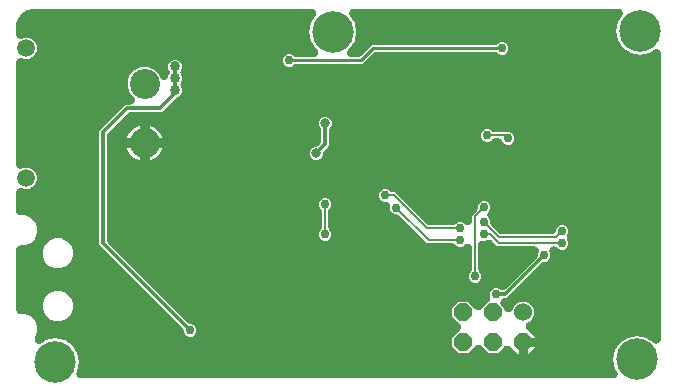
<source format=gbr>
G04 EAGLE Gerber RS-274X export*
G75*
%MOMM*%
%FSLAX34Y34*%
%LPD*%
%INBottom Copper*%
%IPPOS*%
%AMOC8*
5,1,8,0,0,1.08239X$1,22.5*%
G01*
%ADD10C,3.516000*%
%ADD11C,2.550000*%
%ADD12C,1.508000*%
%ADD13C,1.524000*%
%ADD14P,1.649562X8X202.500000*%
%ADD15C,0.756400*%
%ADD16C,0.203200*%
%ADD17C,0.806400*%
%ADD18C,0.355600*%
%ADD19C,0.304800*%
%ADD20C,0.856400*%
%ADD21C,0.254000*%

G36*
X406477Y-2535D02*
X406477Y-2535D01*
X406539Y-2537D01*
X406751Y-2515D01*
X406964Y-2499D01*
X407026Y-2486D01*
X407088Y-2479D01*
X407294Y-2426D01*
X407503Y-2380D01*
X407562Y-2358D01*
X407622Y-2343D01*
X407819Y-2260D01*
X408019Y-2185D01*
X408074Y-2154D01*
X408132Y-2130D01*
X408314Y-2021D01*
X408501Y-1917D01*
X408551Y-1879D01*
X408605Y-1846D01*
X408770Y-1711D01*
X408939Y-1582D01*
X408983Y-1537D01*
X409032Y-1497D01*
X409176Y-1339D01*
X409325Y-1187D01*
X409362Y-1137D01*
X409404Y-1090D01*
X409524Y-913D01*
X409649Y-741D01*
X409678Y-685D01*
X409714Y-633D01*
X409807Y-441D01*
X409906Y-253D01*
X409927Y-193D01*
X409954Y-137D01*
X410018Y67D01*
X410089Y268D01*
X410101Y329D01*
X410120Y389D01*
X410154Y600D01*
X410195Y809D01*
X410198Y872D01*
X410208Y934D01*
X410212Y1147D01*
X410222Y1360D01*
X410216Y1423D01*
X410217Y1485D01*
X410190Y1697D01*
X410169Y1909D01*
X410154Y1970D01*
X410146Y2032D01*
X410088Y2238D01*
X410037Y2445D01*
X410014Y2503D01*
X409997Y2564D01*
X409910Y2758D01*
X409830Y2956D01*
X409798Y3010D01*
X409772Y3068D01*
X409581Y3386D01*
X407973Y5793D01*
X406444Y13480D01*
X407973Y21167D01*
X412327Y27683D01*
X418843Y32037D01*
X426530Y33566D01*
X434217Y32037D01*
X440914Y27562D01*
X440968Y27531D01*
X441019Y27494D01*
X441208Y27395D01*
X441393Y27290D01*
X441452Y27267D01*
X441507Y27238D01*
X441708Y27167D01*
X441907Y27089D01*
X441969Y27075D01*
X442028Y27054D01*
X442237Y27013D01*
X442445Y26965D01*
X442508Y26960D01*
X442569Y26948D01*
X442782Y26938D01*
X442995Y26920D01*
X443057Y26924D01*
X443120Y26921D01*
X443333Y26942D01*
X443545Y26955D01*
X443607Y26968D01*
X443669Y26974D01*
X443876Y27025D01*
X444085Y27069D01*
X444144Y27091D01*
X444205Y27106D01*
X444402Y27186D01*
X444603Y27260D01*
X444658Y27290D01*
X444716Y27314D01*
X444900Y27422D01*
X445087Y27524D01*
X445138Y27561D01*
X445192Y27593D01*
X445358Y27727D01*
X445529Y27854D01*
X445573Y27899D01*
X445622Y27938D01*
X445768Y28095D01*
X445918Y28246D01*
X445955Y28296D01*
X445998Y28342D01*
X446120Y28518D01*
X446246Y28689D01*
X446276Y28744D01*
X446312Y28796D01*
X446407Y28987D01*
X446508Y29175D01*
X446529Y29234D01*
X446557Y29290D01*
X446623Y29493D01*
X446696Y29693D01*
X446708Y29755D01*
X446728Y29815D01*
X446764Y30025D01*
X446807Y30234D01*
X446810Y30296D01*
X446821Y30358D01*
X446839Y30730D01*
X446839Y272495D01*
X446835Y272558D01*
X446837Y272621D01*
X446815Y272833D01*
X446799Y273045D01*
X446786Y273107D01*
X446779Y273169D01*
X446726Y273376D01*
X446680Y273584D01*
X446658Y273643D01*
X446643Y273704D01*
X446560Y273901D01*
X446485Y274100D01*
X446454Y274155D01*
X446430Y274213D01*
X446320Y274396D01*
X446217Y274582D01*
X446179Y274632D01*
X446146Y274686D01*
X446012Y274851D01*
X445882Y275021D01*
X445837Y275065D01*
X445797Y275113D01*
X445640Y275257D01*
X445487Y275406D01*
X445436Y275443D01*
X445390Y275485D01*
X445213Y275605D01*
X445041Y275730D01*
X444986Y275760D01*
X444933Y275795D01*
X444741Y275888D01*
X444553Y275987D01*
X444493Y276008D01*
X444437Y276035D01*
X444233Y276099D01*
X444032Y276170D01*
X443971Y276182D01*
X443911Y276201D01*
X443700Y276235D01*
X443491Y276276D01*
X443428Y276280D01*
X443366Y276290D01*
X443153Y276293D01*
X442940Y276303D01*
X442877Y276297D01*
X442815Y276298D01*
X442603Y276271D01*
X442391Y276250D01*
X442330Y276235D01*
X442268Y276227D01*
X442062Y276170D01*
X441855Y276119D01*
X441797Y276095D01*
X441736Y276078D01*
X441542Y275991D01*
X441344Y275911D01*
X441290Y275879D01*
X441232Y275854D01*
X440914Y275662D01*
X436567Y272758D01*
X428880Y271229D01*
X421193Y272758D01*
X414677Y277112D01*
X410323Y283628D01*
X408794Y291315D01*
X410323Y299002D01*
X413973Y304464D01*
X414004Y304518D01*
X414040Y304569D01*
X414140Y304758D01*
X414245Y304943D01*
X414268Y305002D01*
X414297Y305057D01*
X414368Y305258D01*
X414445Y305457D01*
X414459Y305519D01*
X414480Y305578D01*
X414521Y305787D01*
X414569Y305995D01*
X414574Y306058D01*
X414587Y306119D01*
X414597Y306332D01*
X414614Y306545D01*
X414610Y306607D01*
X414613Y306670D01*
X414593Y306883D01*
X414579Y307095D01*
X414567Y307157D01*
X414560Y307219D01*
X414510Y307426D01*
X414465Y307635D01*
X414444Y307694D01*
X414429Y307755D01*
X414349Y307952D01*
X414275Y308153D01*
X414245Y308208D01*
X414221Y308266D01*
X414113Y308450D01*
X414011Y308637D01*
X413973Y308688D01*
X413942Y308742D01*
X413808Y308908D01*
X413680Y309079D01*
X413636Y309123D01*
X413597Y309172D01*
X413440Y309318D01*
X413289Y309468D01*
X413239Y309505D01*
X413193Y309548D01*
X413017Y309670D01*
X412846Y309796D01*
X412791Y309826D01*
X412739Y309862D01*
X412548Y309957D01*
X412360Y310058D01*
X412301Y310079D01*
X412245Y310107D01*
X412042Y310173D01*
X411841Y310246D01*
X411780Y310258D01*
X411720Y310278D01*
X411510Y310314D01*
X411301Y310357D01*
X411239Y310360D01*
X411177Y310371D01*
X410805Y310389D01*
X186661Y310389D01*
X186598Y310385D01*
X186535Y310387D01*
X186323Y310365D01*
X186110Y310349D01*
X186049Y310336D01*
X185987Y310329D01*
X185780Y310276D01*
X185572Y310230D01*
X185513Y310208D01*
X185452Y310193D01*
X185255Y310110D01*
X185056Y310035D01*
X185001Y310004D01*
X184943Y309980D01*
X184760Y309870D01*
X184574Y309767D01*
X184524Y309729D01*
X184470Y309696D01*
X184305Y309561D01*
X184135Y309432D01*
X184091Y309387D01*
X184043Y309347D01*
X183899Y309189D01*
X183750Y309037D01*
X183713Y308987D01*
X183671Y308940D01*
X183551Y308763D01*
X183425Y308591D01*
X183396Y308536D01*
X183361Y308483D01*
X183268Y308291D01*
X183169Y308103D01*
X183148Y308043D01*
X183121Y307987D01*
X183057Y307783D01*
X182986Y307582D01*
X182974Y307521D01*
X182955Y307461D01*
X182920Y307250D01*
X182879Y307041D01*
X182876Y306978D01*
X182866Y306916D01*
X182863Y306703D01*
X182852Y306490D01*
X182858Y306427D01*
X182857Y306365D01*
X182885Y306153D01*
X182905Y305941D01*
X182920Y305880D01*
X182928Y305818D01*
X182986Y305612D01*
X183037Y305405D01*
X183061Y305347D01*
X183078Y305286D01*
X183164Y305092D01*
X183245Y304894D01*
X183277Y304840D01*
X183302Y304782D01*
X183493Y304464D01*
X187467Y298517D01*
X188996Y290830D01*
X187467Y283143D01*
X183113Y276627D01*
X182880Y276471D01*
X182676Y276313D01*
X182471Y276156D01*
X182459Y276143D01*
X182445Y276132D01*
X182266Y275946D01*
X182085Y275761D01*
X182075Y275747D01*
X182063Y275734D01*
X181913Y275523D01*
X181761Y275315D01*
X181753Y275299D01*
X181743Y275285D01*
X181624Y275054D01*
X181504Y274827D01*
X181499Y274810D01*
X181491Y274794D01*
X181407Y274549D01*
X181321Y274306D01*
X181318Y274289D01*
X181312Y274272D01*
X181265Y274018D01*
X181215Y273765D01*
X181214Y273747D01*
X181211Y273730D01*
X181201Y273472D01*
X181188Y273214D01*
X181190Y273196D01*
X181189Y273179D01*
X181216Y272921D01*
X181241Y272665D01*
X181245Y272648D01*
X181247Y272630D01*
X181311Y272378D01*
X181373Y272129D01*
X181379Y272113D01*
X181384Y272096D01*
X181483Y271857D01*
X181580Y271618D01*
X181589Y271603D01*
X181596Y271587D01*
X181729Y271365D01*
X181860Y271142D01*
X181871Y271128D01*
X181880Y271113D01*
X182042Y270915D01*
X182205Y270712D01*
X182218Y270700D01*
X182229Y270686D01*
X182418Y270514D01*
X182609Y270336D01*
X182623Y270326D01*
X182636Y270314D01*
X182849Y270169D01*
X183062Y270022D01*
X183078Y270014D01*
X183093Y270004D01*
X183325Y269892D01*
X183557Y269777D01*
X183573Y269772D01*
X183589Y269764D01*
X183836Y269686D01*
X184081Y269606D01*
X184099Y269603D01*
X184115Y269598D01*
X184370Y269557D01*
X184625Y269513D01*
X184646Y269512D01*
X184660Y269510D01*
X184707Y269509D01*
X184996Y269495D01*
X190305Y269495D01*
X190510Y269510D01*
X190715Y269517D01*
X190784Y269530D01*
X190855Y269535D01*
X191056Y269579D01*
X191258Y269616D01*
X191324Y269638D01*
X191393Y269654D01*
X191586Y269727D01*
X191780Y269792D01*
X191843Y269824D01*
X191909Y269849D01*
X192089Y269949D01*
X192272Y270042D01*
X192330Y270083D01*
X192391Y270117D01*
X192555Y270242D01*
X192723Y270361D01*
X192790Y270421D01*
X192830Y270452D01*
X192879Y270503D01*
X192998Y270610D01*
X201617Y279229D01*
X202644Y279655D01*
X306132Y279655D01*
X306337Y279670D01*
X306542Y279677D01*
X306612Y279690D01*
X306682Y279695D01*
X306883Y279739D01*
X307085Y279776D01*
X307152Y279798D01*
X307221Y279814D01*
X307413Y279887D01*
X307608Y279952D01*
X307671Y279984D01*
X307737Y280009D01*
X307916Y280109D01*
X308100Y280202D01*
X308157Y280243D01*
X308219Y280277D01*
X308382Y280402D01*
X308550Y280521D01*
X308617Y280581D01*
X308657Y280612D01*
X308707Y280663D01*
X308826Y280770D01*
X309414Y281359D01*
X311364Y282167D01*
X313476Y282167D01*
X315426Y281359D01*
X316919Y279866D01*
X317727Y277916D01*
X317727Y275804D01*
X316919Y273854D01*
X315426Y272361D01*
X313476Y271553D01*
X311364Y271553D01*
X309414Y272361D01*
X308826Y272950D01*
X308671Y273083D01*
X308520Y273224D01*
X308461Y273264D01*
X308408Y273310D01*
X308235Y273421D01*
X308066Y273538D01*
X308003Y273569D01*
X307943Y273607D01*
X307756Y273691D01*
X307572Y273783D01*
X307504Y273805D01*
X307440Y273834D01*
X307242Y273890D01*
X307047Y273954D01*
X306978Y273966D01*
X306910Y273985D01*
X306706Y274012D01*
X306503Y274047D01*
X306413Y274052D01*
X306363Y274058D01*
X306292Y274057D01*
X306132Y274065D01*
X205935Y274065D01*
X205730Y274050D01*
X205525Y274043D01*
X205456Y274030D01*
X205385Y274025D01*
X205184Y273981D01*
X204982Y273944D01*
X204916Y273922D01*
X204847Y273906D01*
X204654Y273833D01*
X204460Y273768D01*
X204397Y273736D01*
X204331Y273711D01*
X204151Y273611D01*
X203968Y273518D01*
X203910Y273477D01*
X203849Y273443D01*
X203685Y273318D01*
X203517Y273199D01*
X203450Y273139D01*
X203410Y273108D01*
X203361Y273057D01*
X203242Y272950D01*
X194623Y264331D01*
X193596Y263905D01*
X138368Y263905D01*
X138163Y263890D01*
X137958Y263883D01*
X137888Y263870D01*
X137818Y263865D01*
X137617Y263821D01*
X137415Y263784D01*
X137348Y263762D01*
X137279Y263746D01*
X137087Y263673D01*
X136892Y263608D01*
X136829Y263576D01*
X136763Y263551D01*
X136584Y263451D01*
X136400Y263358D01*
X136343Y263317D01*
X136281Y263283D01*
X136118Y263158D01*
X135950Y263039D01*
X135883Y262979D01*
X135843Y262948D01*
X135793Y262897D01*
X135674Y262790D01*
X135086Y262201D01*
X133136Y261393D01*
X131024Y261393D01*
X129074Y262201D01*
X127581Y263694D01*
X126773Y265644D01*
X126773Y267756D01*
X127581Y269706D01*
X129074Y271199D01*
X131024Y272007D01*
X133136Y272007D01*
X135086Y271199D01*
X135674Y270610D01*
X135829Y270477D01*
X135980Y270336D01*
X136039Y270296D01*
X136092Y270250D01*
X136265Y270139D01*
X136434Y270022D01*
X136497Y269991D01*
X136557Y269953D01*
X136744Y269869D01*
X136928Y269777D01*
X136996Y269755D01*
X137060Y269726D01*
X137258Y269670D01*
X137453Y269606D01*
X137522Y269594D01*
X137590Y269575D01*
X137794Y269548D01*
X137997Y269513D01*
X138087Y269508D01*
X138137Y269502D01*
X138208Y269503D01*
X138368Y269495D01*
X152824Y269495D01*
X153081Y269513D01*
X153339Y269530D01*
X153356Y269533D01*
X153374Y269535D01*
X153627Y269591D01*
X153879Y269644D01*
X153895Y269650D01*
X153913Y269654D01*
X154154Y269745D01*
X154397Y269835D01*
X154412Y269843D01*
X154429Y269849D01*
X154654Y269975D01*
X154881Y270098D01*
X154895Y270109D01*
X154911Y270117D01*
X155117Y270275D01*
X155323Y270429D01*
X155335Y270441D01*
X155349Y270452D01*
X155529Y270636D01*
X155712Y270820D01*
X155722Y270834D01*
X155735Y270847D01*
X155885Y271054D01*
X156040Y271263D01*
X156049Y271279D01*
X156059Y271293D01*
X156179Y271521D01*
X156301Y271749D01*
X156307Y271766D01*
X156316Y271781D01*
X156401Y272023D01*
X156489Y272268D01*
X156493Y272285D01*
X156499Y272302D01*
X156548Y272554D01*
X156601Y272808D01*
X156602Y272826D01*
X156605Y272843D01*
X156618Y273101D01*
X156633Y273359D01*
X156631Y273376D01*
X156632Y273394D01*
X156607Y273651D01*
X156585Y273909D01*
X156581Y273926D01*
X156579Y273943D01*
X156518Y274193D01*
X156458Y274445D01*
X156451Y274462D01*
X156447Y274479D01*
X156350Y274719D01*
X156255Y274958D01*
X156246Y274974D01*
X156240Y274990D01*
X156108Y275214D01*
X155980Y275437D01*
X155969Y275451D01*
X155960Y275466D01*
X155798Y275668D01*
X155639Y275870D01*
X155626Y275882D01*
X155615Y275896D01*
X155424Y276074D01*
X155239Y276250D01*
X155222Y276263D01*
X155211Y276272D01*
X155172Y276299D01*
X154940Y276471D01*
X154707Y276627D01*
X150353Y283143D01*
X148824Y290830D01*
X150353Y298517D01*
X154327Y304464D01*
X154358Y304518D01*
X154395Y304569D01*
X154494Y304758D01*
X154599Y304943D01*
X154622Y305002D01*
X154651Y305057D01*
X154722Y305259D01*
X154799Y305457D01*
X154814Y305519D01*
X154834Y305578D01*
X154875Y305787D01*
X154923Y305995D01*
X154929Y306058D01*
X154941Y306119D01*
X154951Y306332D01*
X154968Y306545D01*
X154964Y306607D01*
X154968Y306670D01*
X154947Y306883D01*
X154934Y307095D01*
X154921Y307157D01*
X154915Y307219D01*
X154864Y307426D01*
X154820Y307635D01*
X154798Y307694D01*
X154783Y307755D01*
X154703Y307952D01*
X154629Y308153D01*
X154599Y308208D01*
X154575Y308266D01*
X154467Y308450D01*
X154365Y308637D01*
X154328Y308688D01*
X154296Y308742D01*
X154162Y308908D01*
X154034Y309079D01*
X153990Y309123D01*
X153951Y309172D01*
X153794Y309318D01*
X153643Y309468D01*
X153593Y309505D01*
X153547Y309548D01*
X153371Y309670D01*
X153200Y309796D01*
X153145Y309826D01*
X153093Y309862D01*
X152902Y309957D01*
X152714Y310058D01*
X152655Y310079D01*
X152599Y310107D01*
X152396Y310173D01*
X152196Y310246D01*
X152134Y310258D01*
X152074Y310278D01*
X151864Y310314D01*
X151655Y310357D01*
X151593Y310360D01*
X151531Y310371D01*
X151159Y310389D01*
X-83820Y310389D01*
X-83892Y310384D01*
X-84069Y310381D01*
X-85561Y310283D01*
X-85747Y310257D01*
X-85934Y310240D01*
X-86048Y310216D01*
X-86107Y310207D01*
X-86170Y310189D01*
X-86298Y310162D01*
X-89180Y309389D01*
X-89215Y309377D01*
X-89251Y309370D01*
X-89475Y309287D01*
X-89701Y309208D01*
X-89734Y309191D01*
X-89768Y309179D01*
X-90099Y309009D01*
X-92683Y307517D01*
X-92713Y307496D01*
X-92746Y307480D01*
X-92942Y307341D01*
X-93139Y307207D01*
X-93166Y307183D01*
X-93196Y307161D01*
X-93472Y306912D01*
X-95582Y304802D01*
X-95605Y304774D01*
X-95633Y304749D01*
X-95786Y304565D01*
X-95942Y304384D01*
X-95962Y304353D01*
X-95986Y304325D01*
X-96187Y304013D01*
X-97679Y301429D01*
X-97695Y301396D01*
X-97715Y301365D01*
X-97815Y301147D01*
X-97919Y300932D01*
X-97930Y300897D01*
X-97946Y300864D01*
X-98059Y300510D01*
X-98832Y297628D01*
X-98867Y297443D01*
X-98911Y297260D01*
X-98924Y297145D01*
X-98936Y297086D01*
X-98938Y297021D01*
X-98953Y296891D01*
X-99051Y295399D01*
X-99051Y295327D01*
X-99059Y295150D01*
X-99059Y288754D01*
X-99042Y288514D01*
X-99029Y288274D01*
X-99022Y288239D01*
X-99019Y288204D01*
X-98967Y287969D01*
X-98920Y287733D01*
X-98908Y287700D01*
X-98900Y287665D01*
X-98815Y287441D01*
X-98734Y287214D01*
X-98717Y287182D01*
X-98705Y287149D01*
X-98588Y286939D01*
X-98475Y286727D01*
X-98454Y286698D01*
X-98437Y286667D01*
X-98290Y286475D01*
X-98148Y286282D01*
X-98123Y286257D01*
X-98102Y286229D01*
X-97930Y286061D01*
X-97761Y285889D01*
X-97732Y285868D01*
X-97707Y285843D01*
X-97513Y285702D01*
X-97320Y285557D01*
X-97289Y285540D01*
X-97261Y285519D01*
X-97049Y285407D01*
X-96837Y285291D01*
X-96804Y285279D01*
X-96773Y285262D01*
X-96546Y285183D01*
X-96320Y285098D01*
X-96286Y285091D01*
X-96252Y285079D01*
X-96016Y285033D01*
X-95781Y284982D01*
X-95745Y284980D01*
X-95711Y284973D01*
X-95470Y284961D01*
X-95230Y284945D01*
X-95195Y284948D01*
X-95160Y284946D01*
X-94920Y284969D01*
X-94680Y284988D01*
X-94646Y284996D01*
X-94611Y284999D01*
X-94378Y285056D01*
X-94142Y285110D01*
X-94101Y285124D01*
X-94075Y285131D01*
X-94014Y285155D01*
X-93792Y285235D01*
X-92151Y285915D01*
X-88545Y285915D01*
X-85213Y284535D01*
X-82663Y281985D01*
X-81283Y278653D01*
X-81283Y275047D01*
X-82663Y271715D01*
X-85213Y269165D01*
X-88545Y267785D01*
X-92151Y267785D01*
X-93792Y268465D01*
X-94021Y268541D01*
X-94248Y268621D01*
X-94282Y268628D01*
X-94316Y268639D01*
X-94553Y268681D01*
X-94789Y268727D01*
X-94824Y268729D01*
X-94859Y268735D01*
X-95100Y268742D01*
X-95340Y268754D01*
X-95375Y268751D01*
X-95411Y268752D01*
X-95650Y268724D01*
X-95889Y268701D01*
X-95923Y268693D01*
X-95959Y268689D01*
X-96192Y268626D01*
X-96425Y268569D01*
X-96457Y268556D01*
X-96492Y268547D01*
X-96714Y268452D01*
X-96936Y268362D01*
X-96966Y268344D01*
X-96999Y268330D01*
X-97204Y268204D01*
X-97412Y268082D01*
X-97439Y268060D01*
X-97469Y268042D01*
X-97653Y267888D01*
X-97842Y267737D01*
X-97866Y267711D01*
X-97893Y267689D01*
X-98053Y267510D01*
X-98218Y267333D01*
X-98238Y267304D01*
X-98262Y267278D01*
X-98395Y267078D01*
X-98532Y266880D01*
X-98548Y266848D01*
X-98567Y266819D01*
X-98670Y266601D01*
X-98777Y266385D01*
X-98788Y266352D01*
X-98803Y266320D01*
X-98873Y266090D01*
X-98948Y265861D01*
X-98954Y265826D01*
X-98964Y265792D01*
X-99000Y265554D01*
X-99041Y265317D01*
X-99043Y265274D01*
X-99047Y265247D01*
X-99048Y265181D01*
X-99059Y264946D01*
X-99059Y178754D01*
X-99042Y178514D01*
X-99029Y178274D01*
X-99022Y178239D01*
X-99019Y178204D01*
X-98967Y177969D01*
X-98920Y177733D01*
X-98908Y177700D01*
X-98900Y177665D01*
X-98815Y177441D01*
X-98734Y177214D01*
X-98717Y177182D01*
X-98705Y177149D01*
X-98588Y176939D01*
X-98475Y176727D01*
X-98454Y176698D01*
X-98437Y176667D01*
X-98290Y176475D01*
X-98148Y176282D01*
X-98123Y176257D01*
X-98102Y176229D01*
X-97930Y176061D01*
X-97761Y175889D01*
X-97732Y175868D01*
X-97707Y175843D01*
X-97513Y175702D01*
X-97320Y175557D01*
X-97289Y175540D01*
X-97261Y175519D01*
X-97048Y175407D01*
X-96837Y175291D01*
X-96804Y175279D01*
X-96773Y175262D01*
X-96546Y175183D01*
X-96320Y175098D01*
X-96286Y175091D01*
X-96252Y175079D01*
X-96016Y175033D01*
X-95781Y174982D01*
X-95745Y174980D01*
X-95711Y174973D01*
X-95470Y174961D01*
X-95230Y174945D01*
X-95195Y174948D01*
X-95160Y174946D01*
X-94920Y174969D01*
X-94680Y174988D01*
X-94646Y174996D01*
X-94611Y174999D01*
X-94378Y175056D01*
X-94142Y175110D01*
X-94101Y175124D01*
X-94075Y175131D01*
X-94014Y175155D01*
X-93792Y175235D01*
X-92151Y175915D01*
X-88545Y175915D01*
X-85213Y174535D01*
X-82663Y171985D01*
X-81283Y168653D01*
X-81283Y165047D01*
X-82663Y161715D01*
X-85213Y159165D01*
X-88545Y157785D01*
X-92151Y157785D01*
X-93792Y158465D01*
X-94021Y158541D01*
X-94248Y158621D01*
X-94282Y158628D01*
X-94316Y158639D01*
X-94553Y158681D01*
X-94789Y158727D01*
X-94824Y158729D01*
X-94859Y158735D01*
X-95100Y158742D01*
X-95340Y158754D01*
X-95375Y158751D01*
X-95411Y158752D01*
X-95650Y158724D01*
X-95889Y158701D01*
X-95923Y158693D01*
X-95959Y158689D01*
X-96192Y158626D01*
X-96425Y158569D01*
X-96457Y158556D01*
X-96492Y158547D01*
X-96714Y158452D01*
X-96936Y158362D01*
X-96966Y158344D01*
X-96999Y158330D01*
X-97204Y158204D01*
X-97412Y158082D01*
X-97439Y158060D01*
X-97469Y158042D01*
X-97654Y157888D01*
X-97842Y157737D01*
X-97866Y157711D01*
X-97893Y157689D01*
X-98053Y157510D01*
X-98218Y157333D01*
X-98238Y157304D01*
X-98262Y157278D01*
X-98395Y157078D01*
X-98532Y156880D01*
X-98548Y156848D01*
X-98567Y156819D01*
X-98670Y156601D01*
X-98777Y156385D01*
X-98788Y156352D01*
X-98803Y156320D01*
X-98873Y156090D01*
X-98948Y155861D01*
X-98954Y155826D01*
X-98964Y155792D01*
X-99000Y155555D01*
X-99041Y155317D01*
X-99043Y155274D01*
X-99047Y155247D01*
X-99048Y155181D01*
X-99059Y154946D01*
X-99059Y139246D01*
X-99056Y139201D01*
X-99058Y139156D01*
X-99036Y138926D01*
X-99019Y138696D01*
X-99010Y138652D01*
X-99005Y138607D01*
X-98950Y138383D01*
X-98900Y138157D01*
X-98884Y138115D01*
X-98874Y138071D01*
X-98787Y137857D01*
X-98705Y137641D01*
X-98683Y137602D01*
X-98666Y137560D01*
X-98549Y137361D01*
X-98437Y137159D01*
X-98409Y137123D01*
X-98386Y137084D01*
X-98242Y136904D01*
X-98102Y136721D01*
X-98070Y136689D01*
X-98041Y136654D01*
X-97871Y136496D01*
X-97707Y136335D01*
X-97671Y136309D01*
X-97638Y136278D01*
X-97447Y136146D01*
X-97261Y136011D01*
X-97221Y135990D01*
X-97184Y135964D01*
X-96976Y135861D01*
X-96773Y135754D01*
X-96730Y135739D01*
X-96690Y135719D01*
X-96470Y135648D01*
X-96252Y135571D01*
X-96208Y135562D01*
X-96165Y135548D01*
X-95937Y135509D01*
X-95711Y135465D01*
X-95666Y135463D01*
X-95621Y135455D01*
X-95250Y135437D01*
X-91208Y135437D01*
X-86554Y133509D01*
X-82993Y129948D01*
X-81065Y125294D01*
X-81065Y120258D01*
X-82993Y115604D01*
X-86554Y112043D01*
X-91208Y110115D01*
X-95250Y110115D01*
X-95295Y110112D01*
X-95340Y110114D01*
X-95570Y110092D01*
X-95800Y110075D01*
X-95844Y110066D01*
X-95889Y110061D01*
X-96113Y110006D01*
X-96339Y109956D01*
X-96381Y109940D01*
X-96425Y109930D01*
X-96639Y109843D01*
X-96855Y109761D01*
X-96894Y109739D01*
X-96936Y109722D01*
X-97135Y109605D01*
X-97337Y109493D01*
X-97373Y109465D01*
X-97412Y109442D01*
X-97592Y109298D01*
X-97775Y109158D01*
X-97807Y109126D01*
X-97842Y109097D01*
X-98000Y108927D01*
X-98161Y108763D01*
X-98187Y108727D01*
X-98218Y108694D01*
X-98350Y108503D01*
X-98485Y108317D01*
X-98506Y108277D01*
X-98532Y108240D01*
X-98635Y108032D01*
X-98742Y107829D01*
X-98757Y107786D01*
X-98777Y107746D01*
X-98849Y107525D01*
X-98925Y107308D01*
X-98934Y107264D01*
X-98948Y107221D01*
X-98987Y106993D01*
X-99031Y106767D01*
X-99033Y106722D01*
X-99041Y106677D01*
X-99059Y106306D01*
X-99059Y55746D01*
X-99056Y55701D01*
X-99058Y55656D01*
X-99036Y55426D01*
X-99019Y55196D01*
X-99010Y55152D01*
X-99005Y55107D01*
X-98950Y54883D01*
X-98900Y54657D01*
X-98884Y54615D01*
X-98874Y54571D01*
X-98787Y54357D01*
X-98705Y54141D01*
X-98683Y54102D01*
X-98666Y54060D01*
X-98549Y53861D01*
X-98437Y53659D01*
X-98409Y53623D01*
X-98386Y53584D01*
X-98242Y53404D01*
X-98102Y53221D01*
X-98070Y53189D01*
X-98041Y53154D01*
X-97871Y52996D01*
X-97707Y52835D01*
X-97671Y52809D01*
X-97638Y52778D01*
X-97447Y52646D01*
X-97261Y52511D01*
X-97221Y52490D01*
X-97184Y52464D01*
X-96976Y52361D01*
X-96773Y52254D01*
X-96730Y52239D01*
X-96690Y52219D01*
X-96470Y52148D01*
X-96252Y52071D01*
X-96208Y52062D01*
X-96165Y52048D01*
X-95937Y52009D01*
X-95711Y51965D01*
X-95666Y51963D01*
X-95621Y51955D01*
X-95250Y51937D01*
X-91208Y51937D01*
X-86554Y50009D01*
X-82993Y46448D01*
X-81065Y41794D01*
X-81065Y36758D01*
X-83049Y31968D01*
X-83131Y31721D01*
X-83214Y31479D01*
X-83217Y31461D01*
X-83223Y31445D01*
X-83268Y31190D01*
X-83315Y30936D01*
X-83316Y30919D01*
X-83319Y30901D01*
X-83327Y30642D01*
X-83337Y30385D01*
X-83335Y30368D01*
X-83336Y30350D01*
X-83306Y30092D01*
X-83279Y29836D01*
X-83275Y29819D01*
X-83273Y29802D01*
X-83207Y29553D01*
X-83142Y29302D01*
X-83135Y29286D01*
X-83131Y29269D01*
X-83030Y29033D01*
X-82930Y28793D01*
X-82921Y28778D01*
X-82914Y28762D01*
X-82780Y28542D01*
X-82646Y28320D01*
X-82635Y28306D01*
X-82626Y28291D01*
X-82461Y28093D01*
X-82297Y27893D01*
X-82284Y27881D01*
X-82273Y27867D01*
X-82081Y27695D01*
X-81890Y27520D01*
X-81875Y27510D01*
X-81862Y27499D01*
X-81648Y27356D01*
X-81433Y27211D01*
X-81417Y27203D01*
X-81403Y27193D01*
X-81169Y27083D01*
X-80937Y26970D01*
X-80920Y26965D01*
X-80904Y26958D01*
X-80657Y26882D01*
X-80411Y26804D01*
X-80393Y26802D01*
X-80376Y26796D01*
X-80120Y26757D01*
X-79866Y26716D01*
X-79849Y26716D01*
X-79831Y26713D01*
X-79572Y26711D01*
X-79314Y26707D01*
X-79297Y26710D01*
X-79279Y26709D01*
X-79023Y26745D01*
X-78767Y26778D01*
X-78751Y26783D01*
X-78733Y26785D01*
X-78483Y26858D01*
X-78236Y26928D01*
X-78220Y26935D01*
X-78203Y26940D01*
X-77968Y27047D01*
X-77732Y27152D01*
X-77714Y27163D01*
X-77701Y27169D01*
X-77662Y27194D01*
X-77413Y27343D01*
X-73427Y30007D01*
X-65740Y31536D01*
X-58053Y30007D01*
X-51537Y25653D01*
X-47183Y19137D01*
X-45654Y11450D01*
X-47183Y3763D01*
X-47435Y3386D01*
X-47466Y3332D01*
X-47503Y3281D01*
X-47602Y3092D01*
X-47707Y2907D01*
X-47730Y2848D01*
X-47759Y2793D01*
X-47830Y2592D01*
X-47908Y2393D01*
X-47922Y2331D01*
X-47943Y2272D01*
X-47984Y2063D01*
X-48032Y1855D01*
X-48037Y1792D01*
X-48049Y1731D01*
X-48059Y1518D01*
X-48077Y1305D01*
X-48073Y1243D01*
X-48076Y1180D01*
X-48055Y968D01*
X-48042Y755D01*
X-48029Y693D01*
X-48023Y631D01*
X-47972Y424D01*
X-47928Y215D01*
X-47906Y156D01*
X-47891Y95D01*
X-47811Y-103D01*
X-47737Y-303D01*
X-47707Y-358D01*
X-47683Y-416D01*
X-47575Y-600D01*
X-47473Y-787D01*
X-47436Y-838D01*
X-47404Y-892D01*
X-47270Y-1058D01*
X-47143Y-1229D01*
X-47098Y-1273D01*
X-47059Y-1322D01*
X-46902Y-1468D01*
X-46752Y-1618D01*
X-46701Y-1655D01*
X-46655Y-1698D01*
X-46479Y-1820D01*
X-46308Y-1946D01*
X-46253Y-1976D01*
X-46201Y-2012D01*
X-46010Y-2107D01*
X-45822Y-2208D01*
X-45763Y-2229D01*
X-45707Y-2257D01*
X-45504Y-2323D01*
X-45304Y-2396D01*
X-45242Y-2408D01*
X-45183Y-2428D01*
X-44972Y-2464D01*
X-44763Y-2507D01*
X-44701Y-2511D01*
X-44639Y-2521D01*
X-44268Y-2539D01*
X406414Y-2539D01*
X406477Y-2535D01*
G37*
%LPC*%
G36*
X325991Y17779D02*
X325991Y17779D01*
X319475Y24295D01*
X319441Y24325D01*
X319411Y24358D01*
X319233Y24505D01*
X319058Y24656D01*
X319020Y24681D01*
X318985Y24709D01*
X318788Y24828D01*
X318593Y24953D01*
X318551Y24972D01*
X318513Y24995D01*
X318301Y25084D01*
X318090Y25180D01*
X318046Y25192D01*
X318005Y25209D01*
X317782Y25267D01*
X317559Y25331D01*
X317514Y25337D01*
X317471Y25348D01*
X317241Y25374D01*
X317012Y25404D01*
X316967Y25404D01*
X316922Y25409D01*
X316692Y25400D01*
X316461Y25398D01*
X316416Y25391D01*
X316371Y25389D01*
X316144Y25348D01*
X315916Y25312D01*
X315873Y25298D01*
X315828Y25290D01*
X315610Y25216D01*
X315389Y25148D01*
X315348Y25128D01*
X315306Y25114D01*
X315100Y25009D01*
X314892Y24909D01*
X314854Y24884D01*
X314814Y24864D01*
X314625Y24730D01*
X314434Y24602D01*
X314400Y24571D01*
X314363Y24545D01*
X314088Y24295D01*
X308588Y18795D01*
X301012Y18795D01*
X294794Y25014D01*
X294759Y25043D01*
X294729Y25077D01*
X294551Y25224D01*
X294376Y25375D01*
X294338Y25399D01*
X294303Y25428D01*
X294106Y25547D01*
X293911Y25671D01*
X293870Y25690D01*
X293831Y25713D01*
X293619Y25803D01*
X293408Y25898D01*
X293365Y25910D01*
X293323Y25928D01*
X293100Y25986D01*
X292878Y26049D01*
X292833Y26055D01*
X292789Y26067D01*
X292560Y26092D01*
X292331Y26123D01*
X292286Y26122D01*
X292241Y26127D01*
X292010Y26119D01*
X291779Y26116D01*
X291735Y26109D01*
X291690Y26107D01*
X291463Y26066D01*
X291234Y26030D01*
X291191Y26016D01*
X291147Y26008D01*
X290928Y25935D01*
X290708Y25866D01*
X290667Y25846D01*
X290624Y25832D01*
X290418Y25727D01*
X290210Y25628D01*
X290173Y25602D01*
X290132Y25582D01*
X289943Y25448D01*
X289752Y25320D01*
X289719Y25290D01*
X289682Y25264D01*
X289406Y25014D01*
X283188Y18795D01*
X275612Y18795D01*
X270255Y24152D01*
X270255Y31728D01*
X276474Y37946D01*
X276503Y37980D01*
X276537Y38011D01*
X276684Y38190D01*
X276835Y38364D01*
X276859Y38402D01*
X276888Y38437D01*
X277007Y38634D01*
X277131Y38829D01*
X277150Y38870D01*
X277173Y38909D01*
X277263Y39121D01*
X277358Y39332D01*
X277370Y39375D01*
X277388Y39417D01*
X277446Y39640D01*
X277509Y39862D01*
X277515Y39907D01*
X277527Y39951D01*
X277552Y40180D01*
X277583Y40409D01*
X277582Y40454D01*
X277587Y40499D01*
X277579Y40730D01*
X277576Y40961D01*
X277569Y41005D01*
X277567Y41050D01*
X277526Y41277D01*
X277490Y41506D01*
X277476Y41549D01*
X277468Y41593D01*
X277395Y41811D01*
X277326Y42032D01*
X277306Y42073D01*
X277292Y42116D01*
X277188Y42321D01*
X277088Y42530D01*
X277062Y42568D01*
X277042Y42608D01*
X276909Y42796D01*
X276780Y42988D01*
X276750Y43021D01*
X276724Y43058D01*
X276474Y43334D01*
X270255Y49552D01*
X270255Y57128D01*
X275612Y62485D01*
X283188Y62485D01*
X289406Y56266D01*
X289440Y56237D01*
X289471Y56203D01*
X289650Y56056D01*
X289824Y55905D01*
X289862Y55881D01*
X289897Y55852D01*
X290094Y55733D01*
X290289Y55609D01*
X290330Y55590D01*
X290369Y55567D01*
X290581Y55477D01*
X290792Y55382D01*
X290835Y55370D01*
X290877Y55352D01*
X291100Y55294D01*
X291322Y55231D01*
X291367Y55225D01*
X291411Y55213D01*
X291640Y55188D01*
X291869Y55157D01*
X291914Y55158D01*
X291959Y55153D01*
X292190Y55161D01*
X292421Y55164D01*
X292465Y55171D01*
X292511Y55173D01*
X292737Y55214D01*
X292966Y55250D01*
X293009Y55264D01*
X293053Y55272D01*
X293271Y55345D01*
X293492Y55414D01*
X293533Y55434D01*
X293576Y55448D01*
X293781Y55552D01*
X293990Y55652D01*
X294028Y55678D01*
X294068Y55698D01*
X294256Y55831D01*
X294448Y55960D01*
X294481Y55990D01*
X294518Y56016D01*
X294794Y56266D01*
X301411Y62883D01*
X301493Y62978D01*
X301582Y63066D01*
X301673Y63186D01*
X301771Y63300D01*
X301839Y63406D01*
X301914Y63506D01*
X301987Y63638D01*
X302068Y63765D01*
X302120Y63880D01*
X302180Y63990D01*
X302233Y64131D01*
X302295Y64269D01*
X302329Y64389D01*
X302373Y64507D01*
X302405Y64654D01*
X302446Y64799D01*
X302463Y64923D01*
X302489Y65046D01*
X302499Y65196D01*
X302519Y65346D01*
X302518Y65471D01*
X302526Y65596D01*
X302514Y65747D01*
X302513Y65897D01*
X302493Y66021D01*
X302483Y66146D01*
X302450Y66293D01*
X302427Y66442D01*
X302389Y66562D01*
X302362Y66684D01*
X302282Y66906D01*
X302263Y66969D01*
X302251Y66994D01*
X302236Y67034D01*
X302033Y67524D01*
X302033Y69636D01*
X302841Y71586D01*
X304334Y73079D01*
X306284Y73887D01*
X308396Y73887D01*
X310434Y73042D01*
X310470Y73011D01*
X310508Y72987D01*
X310543Y72958D01*
X310741Y72838D01*
X310935Y72714D01*
X310977Y72696D01*
X311015Y72672D01*
X311228Y72583D01*
X311439Y72488D01*
X311482Y72475D01*
X311524Y72458D01*
X311747Y72400D01*
X311969Y72336D01*
X312014Y72330D01*
X312057Y72319D01*
X312287Y72294D01*
X312516Y72263D01*
X312561Y72264D01*
X312606Y72259D01*
X312837Y72267D01*
X313067Y72270D01*
X313112Y72277D01*
X313157Y72278D01*
X313384Y72320D01*
X313612Y72356D01*
X313656Y72369D01*
X313700Y72377D01*
X313918Y72451D01*
X314139Y72520D01*
X314180Y72539D01*
X314223Y72554D01*
X314428Y72658D01*
X314637Y72758D01*
X314674Y72783D01*
X314714Y72804D01*
X314903Y72937D01*
X315095Y73066D01*
X315128Y73096D01*
X315165Y73122D01*
X315440Y73372D01*
X341558Y99489D01*
X341692Y99644D01*
X341832Y99795D01*
X341872Y99853D01*
X341918Y99906D01*
X342029Y100080D01*
X342146Y100249D01*
X342177Y100312D01*
X342215Y100371D01*
X342299Y100559D01*
X342391Y100743D01*
X342413Y100810D01*
X342442Y100875D01*
X342498Y101072D01*
X342562Y101268D01*
X342574Y101337D01*
X342593Y101405D01*
X342620Y101609D01*
X342655Y101811D01*
X342660Y101902D01*
X342666Y101952D01*
X342665Y102022D01*
X342673Y102183D01*
X342673Y102656D01*
X343210Y103952D01*
X343286Y104182D01*
X343366Y104408D01*
X343373Y104442D01*
X343384Y104476D01*
X343426Y104713D01*
X343472Y104949D01*
X343474Y104984D01*
X343480Y105019D01*
X343488Y105260D01*
X343499Y105500D01*
X343496Y105535D01*
X343497Y105570D01*
X343469Y105810D01*
X343446Y106049D01*
X343438Y106083D01*
X343434Y106119D01*
X343372Y106352D01*
X343315Y106585D01*
X343301Y106618D01*
X343292Y106652D01*
X343198Y106873D01*
X343107Y107096D01*
X343089Y107126D01*
X343075Y107159D01*
X342949Y107364D01*
X342828Y107572D01*
X342806Y107599D01*
X342787Y107629D01*
X342633Y107814D01*
X342482Y108002D01*
X342456Y108026D01*
X342434Y108053D01*
X342256Y108213D01*
X342079Y108378D01*
X342050Y108398D01*
X342023Y108422D01*
X341824Y108554D01*
X341625Y108692D01*
X341593Y108708D01*
X341564Y108727D01*
X341347Y108830D01*
X341131Y108937D01*
X341097Y108948D01*
X341065Y108963D01*
X340835Y109033D01*
X340606Y109108D01*
X340571Y109114D01*
X340538Y109124D01*
X340300Y109160D01*
X340062Y109201D01*
X340019Y109203D01*
X339992Y109207D01*
X339927Y109208D01*
X339691Y109219D01*
X309375Y109219D01*
X308441Y109606D01*
X304093Y113954D01*
X303998Y114036D01*
X303910Y114125D01*
X303789Y114216D01*
X303675Y114315D01*
X303570Y114382D01*
X303470Y114458D01*
X303337Y114531D01*
X303210Y114612D01*
X303096Y114663D01*
X302986Y114724D01*
X302845Y114776D01*
X302707Y114838D01*
X302587Y114873D01*
X302469Y114916D01*
X302322Y114948D01*
X302177Y114990D01*
X302052Y115006D01*
X301930Y115033D01*
X301780Y115043D01*
X301630Y115063D01*
X301505Y115061D01*
X301380Y115070D01*
X301229Y115058D01*
X301078Y115056D01*
X300955Y115037D01*
X300829Y115027D01*
X300682Y114994D01*
X300534Y114970D01*
X300414Y114933D01*
X300291Y114905D01*
X300070Y114826D01*
X300007Y114806D01*
X299982Y114794D01*
X299941Y114780D01*
X298236Y114073D01*
X295910Y114073D01*
X295865Y114070D01*
X295820Y114072D01*
X295590Y114050D01*
X295360Y114033D01*
X295316Y114024D01*
X295271Y114019D01*
X295047Y113964D01*
X294821Y113914D01*
X294779Y113898D01*
X294735Y113888D01*
X294521Y113801D01*
X294305Y113719D01*
X294266Y113697D01*
X294224Y113680D01*
X294025Y113563D01*
X293823Y113451D01*
X293787Y113423D01*
X293748Y113400D01*
X293568Y113256D01*
X293385Y113116D01*
X293353Y113084D01*
X293318Y113055D01*
X293160Y112885D01*
X292999Y112721D01*
X292973Y112685D01*
X292942Y112652D01*
X292810Y112461D01*
X292675Y112275D01*
X292654Y112235D01*
X292628Y112198D01*
X292525Y111990D01*
X292418Y111787D01*
X292403Y111744D01*
X292383Y111704D01*
X292312Y111484D01*
X292235Y111266D01*
X292226Y111222D01*
X292212Y111179D01*
X292173Y110951D01*
X292129Y110725D01*
X292127Y110680D01*
X292119Y110635D01*
X292101Y110264D01*
X292101Y90362D01*
X292116Y90157D01*
X292123Y89952D01*
X292136Y89882D01*
X292141Y89812D01*
X292185Y89611D01*
X292222Y89409D01*
X292244Y89342D01*
X292260Y89273D01*
X292333Y89081D01*
X292398Y88886D01*
X292430Y88823D01*
X292455Y88757D01*
X292555Y88578D01*
X292648Y88394D01*
X292689Y88337D01*
X292723Y88275D01*
X292848Y88112D01*
X292967Y87944D01*
X293027Y87877D01*
X293058Y87837D01*
X293109Y87787D01*
X293216Y87668D01*
X294059Y86826D01*
X294867Y84876D01*
X294867Y82764D01*
X294059Y80814D01*
X292566Y79321D01*
X290616Y78513D01*
X288504Y78513D01*
X286554Y79321D01*
X285061Y80814D01*
X284253Y82764D01*
X284253Y84876D01*
X285061Y86826D01*
X285904Y87668D01*
X286037Y87823D01*
X286178Y87974D01*
X286218Y88033D01*
X286264Y88086D01*
X286375Y88259D01*
X286492Y88428D01*
X286523Y88491D01*
X286561Y88551D01*
X286645Y88738D01*
X286737Y88922D01*
X286759Y88990D01*
X286788Y89054D01*
X286844Y89252D01*
X286908Y89447D01*
X286920Y89516D01*
X286939Y89584D01*
X286966Y89788D01*
X287001Y89991D01*
X287006Y90081D01*
X287012Y90131D01*
X287011Y90202D01*
X287019Y90362D01*
X287019Y107758D01*
X287008Y107918D01*
X287006Y108079D01*
X286988Y108193D01*
X286979Y108308D01*
X286945Y108465D01*
X286920Y108624D01*
X286885Y108734D01*
X286860Y108847D01*
X286803Y108997D01*
X286756Y109151D01*
X286706Y109255D01*
X286665Y109363D01*
X286587Y109503D01*
X286517Y109648D01*
X286453Y109744D01*
X286397Y109845D01*
X286299Y109973D01*
X286210Y110106D01*
X286132Y110192D01*
X286062Y110283D01*
X285947Y110396D01*
X285839Y110515D01*
X285750Y110588D01*
X285667Y110669D01*
X285538Y110763D01*
X285413Y110865D01*
X285314Y110925D01*
X285221Y110993D01*
X285079Y111068D01*
X284941Y111151D01*
X284835Y111196D01*
X284733Y111250D01*
X284581Y111303D01*
X284433Y111366D01*
X284321Y111395D01*
X284212Y111433D01*
X284055Y111464D01*
X283899Y111504D01*
X283784Y111517D01*
X283671Y111539D01*
X283511Y111547D01*
X283351Y111565D01*
X283235Y111561D01*
X283120Y111566D01*
X282960Y111551D01*
X282799Y111545D01*
X282686Y111524D01*
X282571Y111513D01*
X282415Y111475D01*
X282257Y111446D01*
X282147Y111409D01*
X282035Y111382D01*
X281886Y111321D01*
X281734Y111270D01*
X281631Y111217D01*
X281524Y111174D01*
X281385Y111092D01*
X281242Y111020D01*
X281148Y110953D01*
X281048Y110895D01*
X280923Y110794D01*
X280792Y110701D01*
X280673Y110594D01*
X280618Y110549D01*
X280583Y110512D01*
X280516Y110452D01*
X279866Y109801D01*
X277916Y108993D01*
X275804Y108993D01*
X273854Y109801D01*
X273012Y110644D01*
X272857Y110777D01*
X272706Y110918D01*
X272647Y110958D01*
X272594Y111004D01*
X272421Y111115D01*
X272252Y111232D01*
X272189Y111263D01*
X272129Y111301D01*
X271942Y111385D01*
X271758Y111477D01*
X271690Y111499D01*
X271626Y111528D01*
X271428Y111584D01*
X271233Y111648D01*
X271164Y111660D01*
X271096Y111679D01*
X270892Y111706D01*
X270689Y111741D01*
X270599Y111746D01*
X270549Y111752D01*
X270478Y111751D01*
X270318Y111759D01*
X249634Y111759D01*
X248700Y112146D01*
X225689Y135157D01*
X225534Y135291D01*
X225383Y135432D01*
X225325Y135472D01*
X225272Y135518D01*
X225099Y135628D01*
X224929Y135746D01*
X224866Y135777D01*
X224807Y135815D01*
X224619Y135899D01*
X224435Y135990D01*
X224368Y136012D01*
X224304Y136041D01*
X224106Y136098D01*
X223910Y136161D01*
X223841Y136173D01*
X223773Y136193D01*
X223569Y136220D01*
X223367Y136255D01*
X223276Y136259D01*
X223226Y136266D01*
X223156Y136265D01*
X222995Y136273D01*
X221804Y136273D01*
X219854Y137081D01*
X218361Y138574D01*
X217553Y140524D01*
X217553Y143284D01*
X217550Y143329D01*
X217552Y143374D01*
X217530Y143604D01*
X217513Y143834D01*
X217503Y143878D01*
X217499Y143923D01*
X217444Y144147D01*
X217394Y144373D01*
X217378Y144415D01*
X217367Y144459D01*
X217280Y144673D01*
X217198Y144889D01*
X217177Y144928D01*
X217159Y144970D01*
X217042Y145169D01*
X216930Y145371D01*
X216903Y145407D01*
X216880Y145446D01*
X216736Y145626D01*
X216596Y145809D01*
X216563Y145841D01*
X216535Y145876D01*
X216365Y146034D01*
X216201Y146195D01*
X216165Y146221D01*
X216131Y146252D01*
X215940Y146384D01*
X215755Y146519D01*
X215715Y146540D01*
X215678Y146566D01*
X215470Y146669D01*
X215266Y146776D01*
X215224Y146791D01*
X215183Y146811D01*
X214963Y146882D01*
X214746Y146959D01*
X214702Y146968D01*
X214659Y146982D01*
X214430Y147021D01*
X214205Y147065D01*
X214160Y147067D01*
X214115Y147075D01*
X213744Y147093D01*
X212304Y147093D01*
X210354Y147901D01*
X208861Y149394D01*
X208053Y151344D01*
X208053Y153456D01*
X208861Y155406D01*
X210354Y156899D01*
X212304Y157707D01*
X214416Y157707D01*
X216366Y156899D01*
X217208Y156056D01*
X217363Y155923D01*
X217514Y155782D01*
X217573Y155742D01*
X217626Y155696D01*
X217799Y155585D01*
X217968Y155468D01*
X218031Y155437D01*
X218091Y155399D01*
X218278Y155315D01*
X218462Y155223D01*
X218530Y155201D01*
X218594Y155172D01*
X218792Y155116D01*
X218987Y155052D01*
X219056Y155040D01*
X219124Y155021D01*
X219328Y154994D01*
X219531Y154959D01*
X219621Y154954D01*
X219671Y154948D01*
X219742Y154949D01*
X219902Y154941D01*
X221485Y154941D01*
X222419Y154554D01*
X248857Y128116D01*
X249012Y127983D01*
X249163Y127842D01*
X249221Y127802D01*
X249274Y127756D01*
X249447Y127645D01*
X249616Y127528D01*
X249680Y127497D01*
X249739Y127459D01*
X249926Y127375D01*
X250111Y127283D01*
X250178Y127261D01*
X250242Y127232D01*
X250440Y127176D01*
X250635Y127112D01*
X250705Y127100D01*
X250773Y127081D01*
X250976Y127054D01*
X251179Y127019D01*
X251269Y127014D01*
X251319Y127008D01*
X251390Y127009D01*
X251550Y127001D01*
X270318Y127001D01*
X270523Y127016D01*
X270728Y127023D01*
X270798Y127036D01*
X270868Y127041D01*
X271069Y127085D01*
X271271Y127122D01*
X271338Y127144D01*
X271407Y127160D01*
X271599Y127233D01*
X271794Y127298D01*
X271857Y127330D01*
X271923Y127355D01*
X272102Y127455D01*
X272286Y127548D01*
X272343Y127589D01*
X272405Y127623D01*
X272568Y127748D01*
X272736Y127867D01*
X272803Y127927D01*
X272843Y127958D01*
X272893Y128009D01*
X273012Y128116D01*
X273854Y128959D01*
X275804Y129767D01*
X277916Y129767D01*
X279866Y128959D01*
X280516Y128308D01*
X280638Y128203D01*
X280753Y128091D01*
X280846Y128023D01*
X280934Y127948D01*
X281069Y127861D01*
X281199Y127767D01*
X281301Y127713D01*
X281399Y127651D01*
X281545Y127585D01*
X281687Y127510D01*
X281796Y127472D01*
X281902Y127424D01*
X282056Y127380D01*
X282208Y127327D01*
X282321Y127305D01*
X282432Y127273D01*
X282592Y127252D01*
X282749Y127221D01*
X282864Y127215D01*
X282979Y127200D01*
X283140Y127202D01*
X283300Y127194D01*
X283415Y127205D01*
X283531Y127206D01*
X283689Y127231D01*
X283849Y127247D01*
X283961Y127274D01*
X284076Y127292D01*
X284229Y127340D01*
X284385Y127378D01*
X284492Y127422D01*
X284602Y127456D01*
X284747Y127526D01*
X284896Y127586D01*
X284996Y127645D01*
X285100Y127695D01*
X285233Y127784D01*
X285372Y127865D01*
X285462Y127938D01*
X285558Y128002D01*
X285677Y128110D01*
X285802Y128211D01*
X285881Y128295D01*
X285967Y128373D01*
X286069Y128497D01*
X286178Y128614D01*
X286244Y128709D01*
X286317Y128799D01*
X286400Y128936D01*
X286492Y129068D01*
X286543Y129172D01*
X286603Y129270D01*
X286665Y129418D01*
X286737Y129562D01*
X286773Y129672D01*
X286818Y129779D01*
X286858Y129934D01*
X286908Y130087D01*
X286927Y130201D01*
X286956Y130313D01*
X286974Y130472D01*
X287001Y130631D01*
X287009Y130791D01*
X287017Y130861D01*
X287015Y130912D01*
X287019Y131002D01*
X287019Y135125D01*
X287406Y136059D01*
X290758Y139411D01*
X290891Y139566D01*
X291032Y139717D01*
X291072Y139775D01*
X291118Y139828D01*
X291229Y140001D01*
X291346Y140170D01*
X291377Y140234D01*
X291415Y140293D01*
X291499Y140480D01*
X291591Y140665D01*
X291613Y140732D01*
X291642Y140796D01*
X291698Y140994D01*
X291762Y141189D01*
X291774Y141259D01*
X291793Y141327D01*
X291820Y141530D01*
X291855Y141733D01*
X291860Y141823D01*
X291866Y141873D01*
X291865Y141944D01*
X291873Y142104D01*
X291873Y143296D01*
X292681Y145246D01*
X294174Y146739D01*
X296124Y147547D01*
X298236Y147547D01*
X300186Y146739D01*
X301679Y145246D01*
X302487Y143296D01*
X302487Y141184D01*
X301679Y139234D01*
X301028Y138584D01*
X300999Y138550D01*
X300965Y138519D01*
X300818Y138340D01*
X300668Y138166D01*
X300643Y138128D01*
X300615Y138093D01*
X300495Y137896D01*
X300371Y137701D01*
X300352Y137660D01*
X300329Y137621D01*
X300239Y137408D01*
X300144Y137198D01*
X300132Y137155D01*
X300114Y137113D01*
X300056Y136890D01*
X299993Y136668D01*
X299987Y136623D01*
X299976Y136579D01*
X299950Y136350D01*
X299920Y136121D01*
X299920Y136076D01*
X299915Y136031D01*
X299924Y135800D01*
X299926Y135569D01*
X299933Y135525D01*
X299935Y135479D01*
X299976Y135252D01*
X300012Y135024D01*
X300026Y134981D01*
X300034Y134937D01*
X300108Y134718D01*
X300176Y134498D01*
X300196Y134457D01*
X300210Y134414D01*
X300315Y134209D01*
X300415Y134000D01*
X300440Y133962D01*
X300460Y133922D01*
X300593Y133734D01*
X300722Y133542D01*
X300753Y133509D01*
X300779Y133472D01*
X301028Y133196D01*
X301679Y132546D01*
X302487Y130596D01*
X302487Y129404D01*
X302502Y129199D01*
X302509Y128994D01*
X302522Y128925D01*
X302527Y128854D01*
X302571Y128653D01*
X302608Y128451D01*
X302630Y128384D01*
X302646Y128315D01*
X302719Y128123D01*
X302784Y127928D01*
X302816Y127865D01*
X302841Y127800D01*
X302941Y127620D01*
X303034Y127437D01*
X303075Y127379D01*
X303109Y127317D01*
X303234Y127154D01*
X303353Y126986D01*
X303413Y126919D01*
X303444Y126879D01*
X303495Y126830D01*
X303602Y126711D01*
X309817Y120496D01*
X309972Y120363D01*
X310123Y120222D01*
X310181Y120182D01*
X310234Y120136D01*
X310407Y120025D01*
X310576Y119908D01*
X310640Y119877D01*
X310699Y119839D01*
X310886Y119755D01*
X311071Y119663D01*
X311138Y119641D01*
X311202Y119612D01*
X311400Y119556D01*
X311595Y119492D01*
X311665Y119480D01*
X311733Y119461D01*
X311936Y119434D01*
X312139Y119399D01*
X312229Y119394D01*
X312279Y119388D01*
X312350Y119389D01*
X312510Y119381D01*
X354104Y119381D01*
X354149Y119384D01*
X354194Y119382D01*
X354424Y119404D01*
X354654Y119421D01*
X354698Y119430D01*
X354743Y119435D01*
X354967Y119490D01*
X355193Y119540D01*
X355235Y119556D01*
X355279Y119566D01*
X355493Y119653D01*
X355709Y119735D01*
X355748Y119757D01*
X355790Y119774D01*
X355989Y119891D01*
X356191Y120003D01*
X356227Y120031D01*
X356266Y120054D01*
X356446Y120198D01*
X356629Y120338D01*
X356661Y120370D01*
X356696Y120399D01*
X356854Y120569D01*
X357015Y120733D01*
X357041Y120769D01*
X357072Y120802D01*
X357204Y120993D01*
X357339Y121179D01*
X357360Y121219D01*
X357386Y121256D01*
X357489Y121464D01*
X357596Y121667D01*
X357611Y121710D01*
X357631Y121750D01*
X357702Y121970D01*
X357779Y122188D01*
X357788Y122232D01*
X357802Y122275D01*
X357841Y122503D01*
X357885Y122729D01*
X357887Y122774D01*
X357895Y122819D01*
X357901Y122947D01*
X358721Y124926D01*
X360214Y126419D01*
X362164Y127227D01*
X364276Y127227D01*
X366226Y126419D01*
X367719Y124926D01*
X368527Y122976D01*
X368527Y120864D01*
X367464Y118298D01*
X367399Y118103D01*
X367327Y117910D01*
X367312Y117841D01*
X367290Y117774D01*
X367254Y117572D01*
X367211Y117371D01*
X367206Y117300D01*
X367194Y117231D01*
X367187Y117025D01*
X367174Y116820D01*
X367179Y116750D01*
X367177Y116679D01*
X367201Y116475D01*
X367216Y116270D01*
X367232Y116202D01*
X367240Y116131D01*
X367293Y115933D01*
X367338Y115732D01*
X367369Y115647D01*
X367382Y115598D01*
X367409Y115534D01*
X367464Y115382D01*
X368527Y112816D01*
X368527Y110704D01*
X367719Y108754D01*
X366226Y107261D01*
X364276Y106453D01*
X362164Y106453D01*
X360214Y107261D01*
X359372Y108104D01*
X359217Y108237D01*
X359066Y108378D01*
X359007Y108418D01*
X358954Y108464D01*
X358781Y108575D01*
X358612Y108692D01*
X358549Y108723D01*
X358489Y108761D01*
X358302Y108845D01*
X358118Y108937D01*
X358050Y108959D01*
X357986Y108988D01*
X357789Y109044D01*
X357593Y109108D01*
X357524Y109120D01*
X357456Y109139D01*
X357252Y109166D01*
X357049Y109201D01*
X356959Y109206D01*
X356909Y109212D01*
X356838Y109211D01*
X356678Y109219D01*
X356269Y109219D01*
X356028Y109202D01*
X355788Y109189D01*
X355754Y109182D01*
X355719Y109179D01*
X355483Y109127D01*
X355248Y109080D01*
X355214Y109068D01*
X355180Y109060D01*
X354955Y108975D01*
X354728Y108894D01*
X354697Y108877D01*
X354664Y108865D01*
X354454Y108748D01*
X354241Y108635D01*
X354213Y108614D01*
X354182Y108597D01*
X353990Y108450D01*
X353797Y108308D01*
X353772Y108283D01*
X353744Y108262D01*
X353575Y108090D01*
X353404Y107921D01*
X353383Y107892D01*
X353358Y107867D01*
X353217Y107673D01*
X353071Y107480D01*
X353054Y107449D01*
X353034Y107421D01*
X352922Y107208D01*
X352806Y106997D01*
X352794Y106964D01*
X352777Y106933D01*
X352697Y106705D01*
X352613Y106480D01*
X352606Y106446D01*
X352594Y106412D01*
X352547Y106176D01*
X352497Y105941D01*
X352494Y105905D01*
X352488Y105871D01*
X352476Y105630D01*
X352460Y105390D01*
X352462Y105355D01*
X352461Y105320D01*
X352484Y105080D01*
X352502Y104840D01*
X352510Y104806D01*
X352514Y104771D01*
X352571Y104537D01*
X352624Y104302D01*
X352639Y104261D01*
X352645Y104235D01*
X352670Y104174D01*
X352750Y103952D01*
X353287Y102656D01*
X353287Y100544D01*
X352479Y98594D01*
X350986Y97101D01*
X349036Y96293D01*
X348563Y96293D01*
X348358Y96278D01*
X348152Y96271D01*
X348083Y96258D01*
X348012Y96253D01*
X347811Y96209D01*
X347609Y96172D01*
X347543Y96150D01*
X347474Y96134D01*
X347282Y96061D01*
X347087Y95996D01*
X347024Y95964D01*
X346958Y95939D01*
X346778Y95839D01*
X346595Y95746D01*
X346537Y95705D01*
X346476Y95671D01*
X346312Y95546D01*
X346144Y95427D01*
X346078Y95367D01*
X346037Y95336D01*
X345988Y95285D01*
X345869Y95178D01*
X316687Y65995D01*
X315566Y65531D01*
X314738Y65531D01*
X314577Y65520D01*
X314417Y65518D01*
X314303Y65500D01*
X314187Y65491D01*
X314031Y65457D01*
X313872Y65432D01*
X313762Y65397D01*
X313649Y65372D01*
X313498Y65315D01*
X313345Y65268D01*
X313241Y65218D01*
X313133Y65177D01*
X312992Y65099D01*
X312848Y65029D01*
X312752Y64965D01*
X312651Y64909D01*
X312523Y64811D01*
X312390Y64722D01*
X312304Y64644D01*
X312212Y64574D01*
X312100Y64459D01*
X311981Y64351D01*
X311907Y64262D01*
X311827Y64179D01*
X311733Y64049D01*
X311630Y63925D01*
X311570Y63826D01*
X311502Y63733D01*
X311428Y63591D01*
X311345Y63453D01*
X311300Y63347D01*
X311246Y63245D01*
X311193Y63093D01*
X311130Y62945D01*
X311101Y62833D01*
X311063Y62724D01*
X311032Y62567D01*
X310991Y62411D01*
X310979Y62296D01*
X310956Y62183D01*
X310949Y62023D01*
X310931Y61863D01*
X310935Y61747D01*
X310929Y61632D01*
X310945Y61472D01*
X310951Y61312D01*
X310971Y61198D01*
X310982Y61083D01*
X311021Y60927D01*
X311050Y60769D01*
X311087Y60659D01*
X311114Y60547D01*
X311175Y60398D01*
X311226Y60246D01*
X311278Y60143D01*
X311322Y60036D01*
X311403Y59897D01*
X311476Y59754D01*
X311543Y59660D01*
X311601Y59560D01*
X311702Y59435D01*
X311794Y59304D01*
X311902Y59185D01*
X311946Y59130D01*
X311984Y59095D01*
X312044Y59028D01*
X313946Y57127D01*
X313951Y57063D01*
X313948Y56982D01*
X313970Y56788D01*
X313985Y56593D01*
X314002Y56514D01*
X314011Y56434D01*
X314061Y56246D01*
X314104Y56054D01*
X314132Y55979D01*
X314153Y55901D01*
X314230Y55721D01*
X314299Y55538D01*
X314338Y55468D01*
X314370Y55394D01*
X314472Y55227D01*
X314567Y55056D01*
X314616Y54992D01*
X314658Y54924D01*
X314783Y54774D01*
X314902Y54618D01*
X314960Y54561D01*
X315011Y54500D01*
X315157Y54369D01*
X315297Y54232D01*
X315362Y54185D01*
X315422Y54131D01*
X315585Y54023D01*
X315743Y53908D01*
X315814Y53870D01*
X315881Y53826D01*
X316058Y53742D01*
X316231Y53651D01*
X316307Y53625D01*
X316380Y53590D01*
X316567Y53533D01*
X316752Y53468D01*
X316831Y53453D01*
X316908Y53429D01*
X317101Y53399D01*
X317293Y53362D01*
X317373Y53358D01*
X317453Y53346D01*
X317649Y53344D01*
X317844Y53335D01*
X317924Y53343D01*
X318005Y53342D01*
X318198Y53369D01*
X318393Y53388D01*
X318471Y53407D01*
X318551Y53418D01*
X318739Y53473D01*
X318929Y53520D01*
X319003Y53550D01*
X319081Y53572D01*
X319259Y53653D01*
X319440Y53727D01*
X319510Y53768D01*
X319582Y53801D01*
X319747Y53907D01*
X319916Y54007D01*
X319979Y54057D01*
X320046Y54100D01*
X320193Y54229D01*
X320346Y54352D01*
X320401Y54411D01*
X320461Y54463D01*
X320588Y54612D01*
X320722Y54755D01*
X320768Y54822D01*
X320820Y54883D01*
X320924Y55048D01*
X321036Y55209D01*
X321072Y55281D01*
X321114Y55349D01*
X321273Y55685D01*
X322447Y58520D01*
X325020Y61093D01*
X328381Y62485D01*
X332019Y62485D01*
X335380Y61093D01*
X337953Y58520D01*
X339345Y55159D01*
X339345Y51521D01*
X337953Y48160D01*
X335380Y45588D01*
X334666Y45292D01*
X334451Y45184D01*
X334234Y45080D01*
X334205Y45060D01*
X334173Y45044D01*
X333977Y44907D01*
X333776Y44772D01*
X333750Y44748D01*
X333721Y44728D01*
X333546Y44564D01*
X333367Y44402D01*
X333345Y44374D01*
X333319Y44350D01*
X333170Y44162D01*
X333017Y43976D01*
X332998Y43946D01*
X332976Y43918D01*
X332856Y43710D01*
X332731Y43504D01*
X332717Y43471D01*
X332700Y43441D01*
X332610Y43217D01*
X332516Y42996D01*
X332508Y42962D01*
X332494Y42929D01*
X332438Y42694D01*
X332378Y42462D01*
X332374Y42427D01*
X332366Y42392D01*
X332344Y42153D01*
X332317Y41913D01*
X332319Y41878D01*
X332315Y41843D01*
X332328Y41603D01*
X332337Y41362D01*
X332343Y41327D01*
X332345Y41292D01*
X332393Y41056D01*
X332436Y40819D01*
X332447Y40786D01*
X332454Y40751D01*
X332536Y40524D01*
X332612Y40297D01*
X332628Y40265D01*
X332640Y40232D01*
X332754Y40018D01*
X332862Y39805D01*
X332883Y39776D01*
X332899Y39745D01*
X333042Y39550D01*
X333181Y39354D01*
X333210Y39322D01*
X333226Y39300D01*
X333273Y39253D01*
X333430Y39079D01*
X340361Y32149D01*
X340361Y31749D01*
X330200Y31749D01*
X330155Y31746D01*
X330110Y31748D01*
X329881Y31726D01*
X329650Y31709D01*
X329606Y31700D01*
X329561Y31695D01*
X329338Y31640D01*
X329111Y31590D01*
X329069Y31574D01*
X329025Y31564D01*
X328811Y31477D01*
X328596Y31395D01*
X328556Y31373D01*
X328514Y31356D01*
X328315Y31239D01*
X328113Y31127D01*
X328077Y31099D01*
X328039Y31077D01*
X327858Y30932D01*
X327675Y30792D01*
X327674Y30792D01*
X327643Y30760D01*
X327608Y30731D01*
X327450Y30561D01*
X327289Y30397D01*
X327263Y30361D01*
X327232Y30327D01*
X327100Y30136D01*
X326965Y29951D01*
X326944Y29911D01*
X326918Y29874D01*
X326815Y29666D01*
X326708Y29462D01*
X326693Y29420D01*
X326673Y29379D01*
X326601Y29159D01*
X326525Y28942D01*
X326516Y28898D01*
X326502Y28855D01*
X326463Y28626D01*
X326419Y28401D01*
X326416Y28356D01*
X326409Y28311D01*
X326391Y27940D01*
X326391Y17779D01*
X325991Y17779D01*
G37*
%LPD*%
%LPC*%
G36*
X47204Y32793D02*
X47204Y32793D01*
X45254Y33601D01*
X43761Y35094D01*
X42953Y37044D01*
X42953Y37158D01*
X42938Y37363D01*
X42931Y37569D01*
X42918Y37638D01*
X42913Y37708D01*
X42869Y37910D01*
X42832Y38111D01*
X42810Y38178D01*
X42794Y38247D01*
X42721Y38439D01*
X42656Y38634D01*
X42624Y38697D01*
X42599Y38763D01*
X42499Y38942D01*
X42406Y39126D01*
X42365Y39183D01*
X42331Y39245D01*
X42206Y39409D01*
X42087Y39576D01*
X42027Y39643D01*
X41996Y39683D01*
X41945Y39733D01*
X41838Y39852D01*
X-26735Y108424D01*
X-26735Y108425D01*
X-28200Y109889D01*
X-28703Y111103D01*
X-28703Y206397D01*
X-28200Y207611D01*
X-8416Y227395D01*
X-8415Y227395D01*
X-6951Y228860D01*
X-5737Y229363D01*
X-2245Y229363D01*
X-2084Y229374D01*
X-1924Y229376D01*
X-1810Y229394D01*
X-1694Y229403D01*
X-1538Y229437D01*
X-1379Y229462D01*
X-1269Y229497D01*
X-1156Y229522D01*
X-1005Y229579D01*
X-852Y229626D01*
X-748Y229676D01*
X-640Y229717D01*
X-499Y229795D01*
X-355Y229865D01*
X-259Y229929D01*
X-158Y229985D01*
X-30Y230083D01*
X103Y230172D01*
X189Y230250D01*
X281Y230320D01*
X393Y230435D01*
X512Y230543D01*
X586Y230632D01*
X666Y230715D01*
X761Y230845D01*
X863Y230969D01*
X923Y231068D01*
X991Y231161D01*
X1065Y231303D01*
X1148Y231441D01*
X1193Y231547D01*
X1247Y231649D01*
X1301Y231801D01*
X1363Y231949D01*
X1392Y232061D01*
X1430Y232170D01*
X1461Y232327D01*
X1502Y232483D01*
X1514Y232598D01*
X1537Y232711D01*
X1545Y232871D01*
X1562Y233031D01*
X1558Y233147D01*
X1564Y233262D01*
X1548Y233422D01*
X1543Y233582D01*
X1522Y233696D01*
X1511Y233811D01*
X1472Y233967D01*
X1444Y234125D01*
X1407Y234235D01*
X1379Y234347D01*
X1318Y234496D01*
X1267Y234648D01*
X1215Y234751D01*
X1171Y234858D01*
X1090Y234997D01*
X1017Y235140D01*
X950Y235234D01*
X892Y235334D01*
X791Y235459D01*
X699Y235590D01*
X591Y235709D01*
X547Y235764D01*
X509Y235799D01*
X449Y235866D01*
X-2450Y238764D01*
X-4623Y244011D01*
X-4623Y249689D01*
X-2450Y254936D01*
X1566Y258952D01*
X6813Y261125D01*
X12491Y261125D01*
X17738Y258952D01*
X21754Y254936D01*
X22715Y252615D01*
X22787Y252472D01*
X22850Y252324D01*
X22910Y252226D01*
X22962Y252122D01*
X23054Y251990D01*
X23138Y251854D01*
X23212Y251765D01*
X23278Y251670D01*
X23388Y251553D01*
X23491Y251430D01*
X23577Y251352D01*
X23656Y251268D01*
X23782Y251169D01*
X23902Y251061D01*
X23998Y250997D01*
X24089Y250925D01*
X24227Y250845D01*
X24361Y250756D01*
X24466Y250707D01*
X24566Y250649D01*
X24715Y250589D01*
X24860Y250520D01*
X24970Y250486D01*
X25078Y250443D01*
X25234Y250406D01*
X25388Y250359D01*
X25502Y250342D01*
X25614Y250315D01*
X25774Y250300D01*
X25933Y250276D01*
X26048Y250275D01*
X26164Y250264D01*
X26324Y250273D01*
X26485Y250272D01*
X26599Y250288D01*
X26714Y250294D01*
X26872Y250326D01*
X27031Y250348D01*
X27142Y250380D01*
X27255Y250403D01*
X27407Y250457D01*
X27561Y250502D01*
X27666Y250550D01*
X27775Y250589D01*
X27916Y250665D01*
X28063Y250731D01*
X28160Y250794D01*
X28262Y250848D01*
X28391Y250943D01*
X28526Y251030D01*
X28613Y251107D01*
X28706Y251175D01*
X28820Y251288D01*
X28942Y251393D01*
X29017Y251481D01*
X29099Y251562D01*
X29196Y251690D01*
X29300Y251813D01*
X29362Y251911D01*
X29432Y252003D01*
X29509Y252143D01*
X29595Y252279D01*
X29663Y252425D01*
X29697Y252486D01*
X29715Y252534D01*
X29753Y252615D01*
X30775Y255082D01*
X30840Y255277D01*
X30912Y255470D01*
X30927Y255539D01*
X30949Y255606D01*
X30985Y255808D01*
X31028Y256009D01*
X31033Y256080D01*
X31045Y256149D01*
X31051Y256355D01*
X31065Y256560D01*
X31060Y256630D01*
X31062Y256701D01*
X31038Y256905D01*
X31022Y257110D01*
X31007Y257178D01*
X30999Y257249D01*
X30946Y257447D01*
X30901Y257648D01*
X30870Y257733D01*
X30857Y257782D01*
X30829Y257847D01*
X30775Y257998D01*
X29753Y260465D01*
X29753Y262775D01*
X30637Y264909D01*
X32271Y266543D01*
X34405Y267427D01*
X36715Y267427D01*
X38849Y266543D01*
X40483Y264909D01*
X41367Y262775D01*
X41367Y260465D01*
X40345Y257998D01*
X40280Y257802D01*
X40208Y257610D01*
X40193Y257541D01*
X40171Y257474D01*
X40135Y257272D01*
X40092Y257071D01*
X40087Y257000D01*
X40075Y256931D01*
X40069Y256725D01*
X40055Y256520D01*
X40060Y256450D01*
X40058Y256380D01*
X40082Y256175D01*
X40098Y255970D01*
X40113Y255902D01*
X40121Y255831D01*
X40174Y255633D01*
X40219Y255432D01*
X40250Y255347D01*
X40263Y255298D01*
X40291Y255234D01*
X40345Y255082D01*
X41367Y252615D01*
X41367Y250305D01*
X40345Y247838D01*
X40280Y247642D01*
X40208Y247450D01*
X40193Y247381D01*
X40171Y247314D01*
X40135Y247112D01*
X40092Y246911D01*
X40087Y246840D01*
X40075Y246771D01*
X40069Y246565D01*
X40055Y246360D01*
X40060Y246290D01*
X40058Y246220D01*
X40082Y246015D01*
X40098Y245810D01*
X40113Y245742D01*
X40121Y245671D01*
X40174Y245473D01*
X40219Y245272D01*
X40250Y245187D01*
X40263Y245138D01*
X40291Y245074D01*
X40345Y244922D01*
X41367Y242455D01*
X41367Y240145D01*
X40483Y238011D01*
X38849Y236377D01*
X37840Y235959D01*
X37831Y235955D01*
X37822Y235952D01*
X37585Y235831D01*
X37347Y235712D01*
X37339Y235706D01*
X37330Y235702D01*
X37112Y235547D01*
X36895Y235396D01*
X36888Y235389D01*
X36880Y235383D01*
X36604Y235134D01*
X24731Y223260D01*
X23517Y222757D01*
X-2134Y222757D01*
X-2339Y222742D01*
X-2545Y222735D01*
X-2614Y222722D01*
X-2684Y222717D01*
X-2885Y222673D01*
X-3087Y222636D01*
X-3154Y222614D01*
X-3223Y222598D01*
X-3415Y222525D01*
X-3610Y222460D01*
X-3673Y222428D01*
X-3739Y222403D01*
X-3918Y222303D01*
X-4102Y222210D01*
X-4159Y222169D01*
X-4221Y222135D01*
X-4384Y222010D01*
X-4552Y221891D01*
X-4619Y221831D01*
X-4659Y221800D01*
X-4709Y221749D01*
X-4828Y221642D01*
X-20982Y205488D01*
X-21115Y205333D01*
X-21256Y205182D01*
X-21296Y205124D01*
X-21342Y205070D01*
X-21453Y204897D01*
X-21570Y204728D01*
X-21601Y204665D01*
X-21639Y204605D01*
X-21723Y204418D01*
X-21815Y204234D01*
X-21837Y204167D01*
X-21866Y204102D01*
X-21922Y203905D01*
X-21986Y203709D01*
X-21998Y203640D01*
X-22017Y203572D01*
X-22044Y203368D01*
X-22079Y203165D01*
X-22084Y203075D01*
X-22090Y203025D01*
X-22089Y202955D01*
X-22097Y202794D01*
X-22097Y114706D01*
X-22082Y114501D01*
X-22075Y114295D01*
X-22062Y114226D01*
X-22057Y114156D01*
X-22013Y113954D01*
X-21976Y113753D01*
X-21954Y113686D01*
X-21938Y113617D01*
X-21865Y113425D01*
X-21800Y113230D01*
X-21768Y113167D01*
X-21743Y113101D01*
X-21643Y112922D01*
X-21550Y112738D01*
X-21509Y112681D01*
X-21475Y112619D01*
X-21350Y112455D01*
X-21231Y112288D01*
X-21171Y112221D01*
X-21140Y112181D01*
X-21089Y112131D01*
X-20982Y112012D01*
X46508Y44522D01*
X46664Y44388D01*
X46814Y44248D01*
X46872Y44208D01*
X46926Y44162D01*
X47099Y44051D01*
X47268Y43934D01*
X47331Y43903D01*
X47391Y43865D01*
X47578Y43781D01*
X47762Y43689D01*
X47829Y43667D01*
X47894Y43638D01*
X48091Y43582D01*
X48287Y43518D01*
X48356Y43506D01*
X48424Y43487D01*
X48628Y43460D01*
X48831Y43425D01*
X48921Y43420D01*
X48971Y43414D01*
X49041Y43415D01*
X49202Y43407D01*
X49316Y43407D01*
X51266Y42599D01*
X52759Y41106D01*
X53567Y39156D01*
X53567Y37044D01*
X52759Y35094D01*
X51266Y33601D01*
X49316Y32793D01*
X47204Y32793D01*
G37*
%LPD*%
%LPC*%
G36*
X-66244Y90615D02*
X-66244Y90615D01*
X-70898Y92543D01*
X-74459Y96104D01*
X-76387Y100758D01*
X-76387Y105794D01*
X-74459Y110448D01*
X-70898Y114009D01*
X-66244Y115937D01*
X-61208Y115937D01*
X-56554Y114009D01*
X-52993Y110448D01*
X-51065Y105794D01*
X-51065Y100758D01*
X-52993Y96104D01*
X-56554Y92543D01*
X-61208Y90615D01*
X-66244Y90615D01*
G37*
%LPD*%
%LPC*%
G36*
X-66244Y46115D02*
X-66244Y46115D01*
X-70898Y48043D01*
X-74459Y51604D01*
X-76387Y56258D01*
X-76387Y61294D01*
X-74459Y65948D01*
X-70898Y69509D01*
X-66244Y71437D01*
X-61208Y71437D01*
X-56554Y69509D01*
X-52993Y65948D01*
X-51065Y61294D01*
X-51065Y56258D01*
X-52993Y51604D01*
X-56554Y48043D01*
X-61208Y46115D01*
X-66244Y46115D01*
G37*
%LPD*%
%LPC*%
G36*
X153835Y182403D02*
X153835Y182403D01*
X151792Y183249D01*
X150229Y184812D01*
X149383Y186855D01*
X149383Y189065D01*
X150229Y191108D01*
X151792Y192671D01*
X153835Y193517D01*
X154248Y193517D01*
X154453Y193532D01*
X154659Y193539D01*
X154728Y193552D01*
X154798Y193557D01*
X154999Y193601D01*
X155201Y193638D01*
X155268Y193660D01*
X155337Y193676D01*
X155529Y193749D01*
X155724Y193814D01*
X155787Y193846D01*
X155853Y193871D01*
X156032Y193971D01*
X156216Y194064D01*
X156273Y194105D01*
X156335Y194139D01*
X156498Y194264D01*
X156666Y194383D01*
X156733Y194443D01*
X156773Y194474D01*
X156823Y194525D01*
X156942Y194632D01*
X158142Y195832D01*
X158275Y195987D01*
X158416Y196138D01*
X158456Y196196D01*
X158502Y196250D01*
X158613Y196423D01*
X158730Y196592D01*
X158761Y196655D01*
X158799Y196715D01*
X158883Y196902D01*
X158975Y197086D01*
X158997Y197153D01*
X159026Y197218D01*
X159082Y197415D01*
X159146Y197611D01*
X159158Y197680D01*
X159177Y197748D01*
X159204Y197952D01*
X159239Y198155D01*
X159244Y198245D01*
X159250Y198295D01*
X159249Y198365D01*
X159257Y198526D01*
X159257Y207226D01*
X159242Y207432D01*
X159235Y207637D01*
X159222Y207706D01*
X159217Y207777D01*
X159173Y207978D01*
X159136Y208180D01*
X159114Y208246D01*
X159098Y208315D01*
X159025Y208508D01*
X158960Y208702D01*
X158928Y208765D01*
X158903Y208831D01*
X158803Y209011D01*
X158710Y209194D01*
X158669Y209252D01*
X158635Y209313D01*
X158510Y209477D01*
X158391Y209645D01*
X158331Y209711D01*
X158300Y209752D01*
X158249Y209801D01*
X158142Y209920D01*
X157849Y210212D01*
X157003Y212255D01*
X157003Y214465D01*
X157849Y216508D01*
X159412Y218071D01*
X161455Y218917D01*
X163665Y218917D01*
X165708Y218071D01*
X167271Y216508D01*
X168117Y214465D01*
X168117Y212255D01*
X167271Y210212D01*
X166978Y209920D01*
X166844Y209765D01*
X166704Y209614D01*
X166664Y209556D01*
X166618Y209503D01*
X166507Y209330D01*
X166390Y209160D01*
X166359Y209097D01*
X166321Y209038D01*
X166237Y208850D01*
X166145Y208666D01*
X166123Y208599D01*
X166094Y208535D01*
X166038Y208337D01*
X165974Y208141D01*
X165962Y208072D01*
X165943Y208004D01*
X165916Y207801D01*
X165881Y207598D01*
X165876Y207508D01*
X165870Y207457D01*
X165871Y207387D01*
X165863Y207226D01*
X165863Y194923D01*
X165360Y193709D01*
X161612Y189962D01*
X161479Y189807D01*
X161338Y189656D01*
X161298Y189598D01*
X161252Y189544D01*
X161141Y189371D01*
X161024Y189202D01*
X160993Y189139D01*
X160955Y189079D01*
X160871Y188892D01*
X160779Y188708D01*
X160757Y188641D01*
X160728Y188576D01*
X160672Y188379D01*
X160608Y188183D01*
X160596Y188114D01*
X160577Y188046D01*
X160550Y187842D01*
X160515Y187639D01*
X160510Y187549D01*
X160504Y187499D01*
X160505Y187429D01*
X160497Y187268D01*
X160497Y186855D01*
X159651Y184812D01*
X158088Y183249D01*
X156045Y182403D01*
X153835Y182403D01*
G37*
%LPD*%
%LPC*%
G36*
X161504Y114073D02*
X161504Y114073D01*
X159554Y114881D01*
X158061Y116374D01*
X157253Y118324D01*
X157253Y120436D01*
X158061Y122386D01*
X158904Y123228D01*
X159037Y123383D01*
X159178Y123534D01*
X159218Y123593D01*
X159264Y123646D01*
X159375Y123819D01*
X159492Y123988D01*
X159523Y124051D01*
X159561Y124111D01*
X159645Y124298D01*
X159737Y124482D01*
X159759Y124550D01*
X159788Y124614D01*
X159844Y124812D01*
X159908Y125007D01*
X159920Y125076D01*
X159939Y125144D01*
X159966Y125348D01*
X160001Y125551D01*
X160006Y125641D01*
X160012Y125691D01*
X160011Y125762D01*
X160019Y125922D01*
X160019Y138238D01*
X160004Y138443D01*
X159997Y138648D01*
X159984Y138718D01*
X159979Y138788D01*
X159935Y138989D01*
X159898Y139191D01*
X159876Y139258D01*
X159860Y139327D01*
X159787Y139519D01*
X159722Y139714D01*
X159690Y139777D01*
X159665Y139843D01*
X159565Y140022D01*
X159472Y140206D01*
X159431Y140263D01*
X159397Y140325D01*
X159272Y140488D01*
X159153Y140656D01*
X159093Y140723D01*
X159062Y140763D01*
X159011Y140813D01*
X158904Y140932D01*
X158061Y141774D01*
X157253Y143724D01*
X157253Y145836D01*
X158061Y147786D01*
X159554Y149279D01*
X161504Y150087D01*
X163616Y150087D01*
X165566Y149279D01*
X167059Y147786D01*
X167867Y145836D01*
X167867Y143724D01*
X167059Y141774D01*
X166216Y140932D01*
X166083Y140777D01*
X165942Y140626D01*
X165902Y140567D01*
X165856Y140514D01*
X165745Y140341D01*
X165628Y140172D01*
X165597Y140109D01*
X165559Y140049D01*
X165475Y139862D01*
X165383Y139678D01*
X165361Y139610D01*
X165332Y139546D01*
X165276Y139348D01*
X165212Y139153D01*
X165200Y139084D01*
X165181Y139016D01*
X165154Y138812D01*
X165119Y138609D01*
X165114Y138519D01*
X165108Y138469D01*
X165109Y138398D01*
X165101Y138238D01*
X165101Y125922D01*
X165116Y125717D01*
X165123Y125512D01*
X165136Y125442D01*
X165141Y125372D01*
X165185Y125171D01*
X165222Y124969D01*
X165244Y124902D01*
X165260Y124833D01*
X165333Y124641D01*
X165398Y124446D01*
X165430Y124383D01*
X165455Y124317D01*
X165555Y124138D01*
X165648Y123954D01*
X165689Y123897D01*
X165723Y123835D01*
X165848Y123672D01*
X165967Y123504D01*
X166027Y123437D01*
X166058Y123397D01*
X166109Y123347D01*
X166216Y123228D01*
X167059Y122386D01*
X167867Y120436D01*
X167867Y118324D01*
X167059Y116374D01*
X165566Y114881D01*
X163616Y114073D01*
X161504Y114073D01*
G37*
%LPD*%
%LPC*%
G36*
X316444Y195353D02*
X316444Y195353D01*
X314494Y196161D01*
X313001Y197654D01*
X312730Y198308D01*
X312674Y198420D01*
X312627Y198536D01*
X312550Y198666D01*
X312483Y198801D01*
X312411Y198904D01*
X312348Y199012D01*
X312253Y199129D01*
X312167Y199253D01*
X312081Y199344D01*
X312002Y199442D01*
X311892Y199545D01*
X311789Y199655D01*
X311691Y199733D01*
X311599Y199818D01*
X311475Y199904D01*
X311357Y199998D01*
X311248Y200060D01*
X311145Y200132D01*
X311010Y200199D01*
X310879Y200274D01*
X310763Y200321D01*
X310651Y200377D01*
X310507Y200424D01*
X310367Y200480D01*
X310245Y200509D01*
X310126Y200548D01*
X309977Y200573D01*
X309831Y200608D01*
X309706Y200620D01*
X309582Y200641D01*
X309347Y200653D01*
X309282Y200659D01*
X309254Y200657D01*
X309211Y200659D01*
X306262Y200659D01*
X306057Y200644D01*
X305852Y200637D01*
X305782Y200624D01*
X305712Y200619D01*
X305511Y200575D01*
X305309Y200538D01*
X305242Y200516D01*
X305173Y200500D01*
X304981Y200427D01*
X304786Y200362D01*
X304723Y200330D01*
X304657Y200305D01*
X304478Y200205D01*
X304294Y200112D01*
X304237Y200071D01*
X304175Y200037D01*
X304012Y199912D01*
X303844Y199793D01*
X303777Y199733D01*
X303737Y199702D01*
X303687Y199651D01*
X303568Y199544D01*
X302726Y198701D01*
X300776Y197893D01*
X298664Y197893D01*
X296714Y198701D01*
X295221Y200194D01*
X294413Y202144D01*
X294413Y204256D01*
X295221Y206206D01*
X296714Y207699D01*
X298664Y208507D01*
X300776Y208507D01*
X302726Y207699D01*
X303568Y206856D01*
X303723Y206723D01*
X303874Y206582D01*
X303933Y206542D01*
X303986Y206496D01*
X304159Y206385D01*
X304328Y206268D01*
X304391Y206237D01*
X304451Y206199D01*
X304638Y206115D01*
X304822Y206023D01*
X304890Y206001D01*
X304954Y205972D01*
X305152Y205916D01*
X305347Y205852D01*
X305416Y205840D01*
X305484Y205821D01*
X305688Y205794D01*
X305891Y205759D01*
X305981Y205754D01*
X306031Y205748D01*
X306102Y205749D01*
X306262Y205741D01*
X315141Y205741D01*
X315151Y205741D01*
X315161Y205741D01*
X315425Y205761D01*
X315691Y205781D01*
X315701Y205783D01*
X315711Y205784D01*
X315968Y205842D01*
X316230Y205900D01*
X316239Y205903D01*
X316249Y205905D01*
X316420Y205967D01*
X318556Y205967D01*
X320506Y205159D01*
X321999Y203666D01*
X322807Y201716D01*
X322807Y199604D01*
X321999Y197654D01*
X320506Y196161D01*
X318556Y195353D01*
X316444Y195353D01*
G37*
%LPD*%
%LPC*%
G36*
X13901Y201099D02*
X13901Y201099D01*
X13901Y211542D01*
X14578Y211360D01*
X16430Y210593D01*
X18165Y209591D01*
X19756Y208371D01*
X21173Y206954D01*
X22393Y205363D01*
X23395Y203628D01*
X24162Y201776D01*
X24344Y201099D01*
X13901Y201099D01*
G37*
%LPD*%
%LPC*%
G36*
X13901Y192601D02*
X13901Y192601D01*
X24344Y192601D01*
X24162Y191924D01*
X23395Y190072D01*
X22393Y188337D01*
X21173Y186746D01*
X19756Y185329D01*
X18165Y184109D01*
X16430Y183107D01*
X14578Y182340D01*
X13901Y182158D01*
X13901Y192601D01*
G37*
%LPD*%
%LPC*%
G36*
X-5040Y201099D02*
X-5040Y201099D01*
X-4858Y201776D01*
X-4091Y203628D01*
X-3089Y205363D01*
X-1869Y206954D01*
X-452Y208371D01*
X1139Y209591D01*
X2875Y210593D01*
X4726Y211360D01*
X5403Y211542D01*
X5403Y201099D01*
X-5040Y201099D01*
G37*
%LPD*%
%LPC*%
G36*
X4726Y182340D02*
X4726Y182340D01*
X2875Y183107D01*
X1139Y184109D01*
X-452Y185329D01*
X-1869Y186746D01*
X-3089Y188337D01*
X-4091Y190072D01*
X-4858Y191924D01*
X-5040Y192601D01*
X5403Y192601D01*
X5403Y182158D01*
X4726Y182340D01*
G37*
%LPD*%
%LPC*%
G36*
X334009Y17779D02*
X334009Y17779D01*
X334009Y24131D01*
X340361Y24131D01*
X340361Y23731D01*
X334409Y17779D01*
X334009Y17779D01*
G37*
%LPD*%
D10*
X168910Y290830D03*
X-65740Y11450D03*
X426530Y13480D03*
X428880Y291315D03*
D11*
X9652Y196850D03*
X9652Y246850D03*
D12*
X-90348Y166850D03*
X-90348Y276850D03*
D13*
X330200Y53340D03*
D14*
X304800Y53340D03*
X279400Y53340D03*
X330200Y27940D03*
X304800Y27940D03*
X279400Y27940D03*
D15*
X162560Y144780D03*
D16*
X162560Y119380D01*
D15*
X162560Y119380D03*
D17*
X162560Y213360D03*
D18*
X162560Y195580D01*
X154940Y187960D01*
D17*
X154940Y187960D03*
D15*
X299720Y203200D03*
D16*
X314960Y203200D01*
X317500Y200660D01*
D15*
X317500Y200660D03*
X-10160Y144780D03*
X0Y144780D03*
X10160Y144780D03*
X228600Y58420D03*
X276860Y137160D03*
X320040Y236220D03*
X180340Y149860D03*
X99559Y83321D03*
X66164Y35684D03*
X332740Y127000D03*
X363220Y111760D03*
D16*
X309880Y111760D01*
X302260Y119380D01*
X297180Y119380D01*
D15*
X297180Y119380D03*
X276860Y114300D03*
D16*
X250139Y114300D01*
X222860Y141580D01*
D15*
X222860Y141580D03*
X363220Y121920D03*
D16*
X358140Y116840D01*
X309880Y116840D01*
X297180Y129540D01*
D15*
X297180Y129540D03*
X276860Y124460D03*
D16*
X248920Y124460D01*
X220980Y152400D01*
X213360Y152400D01*
D15*
X213360Y152400D03*
X347980Y101600D03*
D19*
X314960Y68580D01*
X307340Y68580D01*
D15*
X307340Y68580D03*
X289560Y83820D03*
D16*
X289560Y134620D01*
X297180Y142240D01*
D15*
X297180Y142240D03*
X48260Y38100D03*
D18*
X-25400Y111760D01*
X-25400Y205740D01*
X-5080Y226060D01*
X22860Y226060D01*
D20*
X35560Y261620D03*
X35560Y251460D03*
X35560Y241300D03*
D18*
X35560Y238760D01*
X22860Y226060D01*
X35560Y241300D02*
X35560Y251460D01*
X35560Y261620D01*
D15*
X312420Y276860D03*
D21*
X203200Y276860D01*
X193040Y266700D01*
X132080Y266700D01*
D15*
X132080Y266700D03*
M02*

</source>
